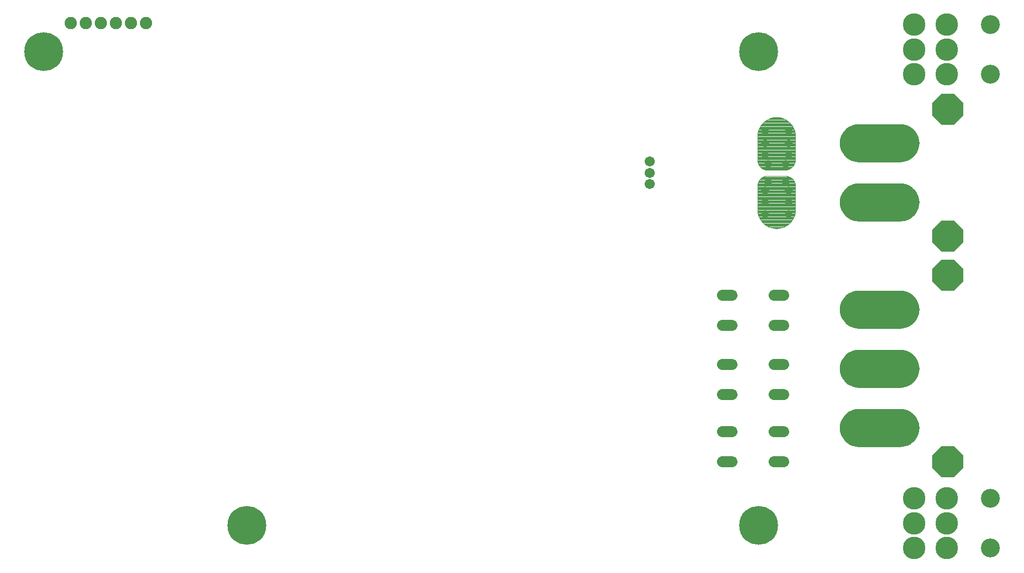
<source format=gbs>
G75*
%MOIN*%
%OFA0B0*%
%FSLAX25Y25*%
%IPPOS*%
%LPD*%
%AMOC8*
5,1,8,0,0,1.08239X$1,22.5*
%
%ADD10C,0.14973*%
%ADD11C,0.12611*%
%ADD12C,0.18800*%
%ADD13OC8,0.20485*%
%ADD14C,0.01600*%
%ADD15C,0.06706*%
%ADD16C,0.05169*%
%ADD17C,0.00394*%
%ADD18C,0.25800*%
%ADD19C,0.07200*%
%ADD20C,0.08200*%
D10*
X0664094Y0021500D03*
X0685747Y0021500D03*
X0685747Y0038035D03*
X0664094Y0038035D03*
X0664094Y0054571D03*
X0685747Y0054571D03*
X0685747Y0336500D03*
X0664094Y0336500D03*
X0664094Y0353035D03*
X0685747Y0353035D03*
X0685747Y0369571D03*
X0664094Y0369571D03*
D11*
X0714488Y0369571D03*
X0714488Y0336500D03*
X0714488Y0054571D03*
X0714488Y0021500D03*
D12*
X0650747Y0101500D03*
X0631062Y0101500D03*
X0631062Y0140870D03*
X0650747Y0140870D03*
X0650747Y0180240D03*
X0631062Y0180240D03*
X0631062Y0251500D03*
X0650747Y0251500D03*
X0650747Y0290870D03*
X0631062Y0290870D03*
D13*
X0686181Y0313429D03*
X0686181Y0228980D03*
X0686181Y0202799D03*
X0686181Y0078980D03*
D14*
X0663611Y0093765D02*
X0662419Y0092574D01*
X0661070Y0091564D01*
X0659591Y0090756D01*
X0658012Y0090167D01*
X0656365Y0089809D01*
X0654684Y0089689D01*
X0627125Y0089689D01*
X0625445Y0089809D01*
X0623798Y0090167D01*
X0622219Y0090756D01*
X0620740Y0091564D01*
X0619391Y0092574D01*
X0618199Y0093765D01*
X0617189Y0095114D01*
X0616382Y0096594D01*
X0615793Y0098172D01*
X0615435Y0099819D01*
X0615314Y0101500D01*
X0615435Y0103181D01*
X0615793Y0104828D01*
X0616382Y0106406D01*
X0617189Y0107886D01*
X0618199Y0109235D01*
X0619391Y0110426D01*
X0620740Y0111436D01*
X0622219Y0112244D01*
X0623798Y0112833D01*
X0625445Y0113191D01*
X0627125Y0113311D01*
X0654684Y0113311D01*
X0656365Y0113191D01*
X0658012Y0112833D01*
X0659591Y0112244D01*
X0661070Y0111436D01*
X0662419Y0110426D01*
X0663611Y0109235D01*
X0664621Y0107886D01*
X0665428Y0106406D01*
X0666017Y0104828D01*
X0666375Y0103181D01*
X0666495Y0101500D01*
X0666375Y0099819D01*
X0666017Y0098172D01*
X0665428Y0096594D01*
X0664621Y0095114D01*
X0663611Y0093765D01*
X0662869Y0093024D02*
X0618941Y0093024D01*
X0617558Y0094623D02*
X0664252Y0094623D01*
X0665225Y0096221D02*
X0616585Y0096221D01*
X0615924Y0097820D02*
X0665885Y0097820D01*
X0666288Y0099418D02*
X0615522Y0099418D01*
X0615349Y0101017D02*
X0666461Y0101017D01*
X0666416Y0102615D02*
X0615394Y0102615D01*
X0615659Y0104214D02*
X0666151Y0104214D01*
X0665650Y0105812D02*
X0616160Y0105812D01*
X0616930Y0107411D02*
X0664880Y0107411D01*
X0663779Y0109009D02*
X0618030Y0109009D01*
X0619633Y0110608D02*
X0662177Y0110608D01*
X0659660Y0112206D02*
X0622150Y0112206D01*
X0625445Y0129179D02*
X0627125Y0129059D01*
X0654684Y0129059D01*
X0656365Y0129179D01*
X0658012Y0129537D01*
X0659591Y0130126D01*
X0661070Y0130934D01*
X0662419Y0131944D01*
X0663611Y0133136D01*
X0664621Y0134485D01*
X0665428Y0135964D01*
X0666017Y0137543D01*
X0666375Y0139189D01*
X0666495Y0140870D01*
X0666375Y0142551D01*
X0666017Y0144198D01*
X0665428Y0145777D01*
X0664621Y0147256D01*
X0663611Y0148605D01*
X0662419Y0149796D01*
X0661070Y0150806D01*
X0659591Y0151614D01*
X0658012Y0152203D01*
X0656365Y0152561D01*
X0654684Y0152681D01*
X0627125Y0152681D01*
X0625445Y0152561D01*
X0623798Y0152203D01*
X0622219Y0151614D01*
X0620740Y0150806D01*
X0619391Y0149796D01*
X0618199Y0148605D01*
X0617189Y0147256D01*
X0616382Y0145777D01*
X0615793Y0144198D01*
X0615435Y0142551D01*
X0615314Y0140870D01*
X0615435Y0139189D01*
X0615793Y0137543D01*
X0616382Y0135964D01*
X0617189Y0134485D01*
X0618199Y0133136D01*
X0619391Y0131944D01*
X0620740Y0130934D01*
X0622219Y0130126D01*
X0623798Y0129537D01*
X0625445Y0129179D01*
X0623121Y0129790D02*
X0658689Y0129790D01*
X0661677Y0131388D02*
X0620133Y0131388D01*
X0618348Y0132987D02*
X0663462Y0132987D01*
X0664676Y0134585D02*
X0617134Y0134585D01*
X0616300Y0136184D02*
X0665510Y0136184D01*
X0666069Y0137782D02*
X0615741Y0137782D01*
X0615421Y0139381D02*
X0666389Y0139381D01*
X0666488Y0140979D02*
X0615322Y0140979D01*
X0615440Y0142578D02*
X0666369Y0142578D01*
X0666022Y0144176D02*
X0615788Y0144176D01*
X0616381Y0145775D02*
X0665429Y0145775D01*
X0664532Y0147373D02*
X0617278Y0147373D01*
X0618567Y0148972D02*
X0663243Y0148972D01*
X0661385Y0150570D02*
X0620425Y0150570D01*
X0623708Y0152169D02*
X0658102Y0152169D01*
X0656365Y0168549D02*
X0658012Y0168908D01*
X0659591Y0169496D01*
X0661070Y0170304D01*
X0662419Y0171314D01*
X0663611Y0172506D01*
X0664621Y0173855D01*
X0665428Y0175334D01*
X0666017Y0176913D01*
X0666375Y0178559D01*
X0666495Y0180240D01*
X0666375Y0181921D01*
X0666017Y0183568D01*
X0665428Y0185147D01*
X0664621Y0186626D01*
X0663611Y0187975D01*
X0662419Y0189166D01*
X0661070Y0190176D01*
X0659591Y0190984D01*
X0658012Y0191573D01*
X0656365Y0191931D01*
X0654684Y0192051D01*
X0627125Y0192051D01*
X0625445Y0191931D01*
X0623798Y0191573D01*
X0622219Y0190984D01*
X0620740Y0190176D01*
X0619391Y0189166D01*
X0618199Y0187975D01*
X0617189Y0186626D01*
X0616382Y0185147D01*
X0615793Y0183568D01*
X0615435Y0181921D01*
X0615314Y0180240D01*
X0615435Y0178559D01*
X0615793Y0176913D01*
X0616382Y0175334D01*
X0617189Y0173855D01*
X0618199Y0172506D01*
X0619391Y0171314D01*
X0620740Y0170304D01*
X0622219Y0169496D01*
X0623798Y0168908D01*
X0625445Y0168549D01*
X0627125Y0168429D01*
X0654684Y0168429D01*
X0656365Y0168549D01*
X0660060Y0169753D02*
X0621750Y0169753D01*
X0619354Y0171351D02*
X0662456Y0171351D01*
X0663943Y0172950D02*
X0617867Y0172950D01*
X0616811Y0174548D02*
X0664999Y0174548D01*
X0665731Y0176147D02*
X0616078Y0176147D01*
X0615612Y0177745D02*
X0666198Y0177745D01*
X0666431Y0179344D02*
X0615378Y0179344D01*
X0615365Y0180942D02*
X0666445Y0180942D01*
X0666240Y0182541D02*
X0615569Y0182541D01*
X0616006Y0184139D02*
X0665804Y0184139D01*
X0665105Y0185738D02*
X0616704Y0185738D01*
X0617721Y0187336D02*
X0664089Y0187336D01*
X0662651Y0188935D02*
X0619159Y0188935D01*
X0621394Y0190533D02*
X0660416Y0190533D01*
X0656365Y0239809D02*
X0658012Y0240167D01*
X0659591Y0240756D01*
X0661070Y0241564D01*
X0662419Y0242574D01*
X0663611Y0243765D01*
X0664621Y0245114D01*
X0665428Y0246594D01*
X0666017Y0248172D01*
X0666375Y0249819D01*
X0666495Y0251500D01*
X0666375Y0253181D01*
X0666017Y0254828D01*
X0665428Y0256406D01*
X0664621Y0257886D01*
X0663611Y0259235D01*
X0662419Y0260426D01*
X0661070Y0261436D01*
X0659591Y0262244D01*
X0658012Y0262833D01*
X0656365Y0263191D01*
X0654684Y0263311D01*
X0627125Y0263311D01*
X0625445Y0263191D01*
X0623798Y0262833D01*
X0622219Y0262244D01*
X0620740Y0261436D01*
X0619391Y0260426D01*
X0618199Y0259235D01*
X0617189Y0257886D01*
X0616382Y0256406D01*
X0615793Y0254828D01*
X0615435Y0253181D01*
X0615314Y0251500D01*
X0615435Y0249819D01*
X0615793Y0248172D01*
X0616382Y0246594D01*
X0617189Y0245114D01*
X0618199Y0243765D01*
X0619391Y0242574D01*
X0620740Y0241564D01*
X0622219Y0240756D01*
X0623798Y0240167D01*
X0625445Y0239809D01*
X0627125Y0239689D01*
X0654684Y0239689D01*
X0656365Y0239809D01*
X0657643Y0240087D02*
X0624167Y0240087D01*
X0620577Y0241686D02*
X0661233Y0241686D01*
X0663129Y0243284D02*
X0618680Y0243284D01*
X0617363Y0244883D02*
X0664447Y0244883D01*
X0665367Y0246481D02*
X0616443Y0246481D01*
X0615827Y0248080D02*
X0665982Y0248080D01*
X0666345Y0249678D02*
X0615465Y0249678D01*
X0615330Y0251277D02*
X0666479Y0251277D01*
X0666397Y0252875D02*
X0615413Y0252875D01*
X0615716Y0254474D02*
X0666094Y0254474D01*
X0665553Y0256072D02*
X0616257Y0256072D01*
X0617072Y0257671D02*
X0664738Y0257671D01*
X0663576Y0259269D02*
X0618234Y0259269D01*
X0619981Y0260868D02*
X0661829Y0260868D01*
X0658994Y0262466D02*
X0622816Y0262466D01*
X0625445Y0279179D02*
X0627125Y0279059D01*
X0654684Y0279059D01*
X0656365Y0279179D01*
X0658012Y0279537D01*
X0659591Y0280126D01*
X0661070Y0280934D01*
X0662419Y0281944D01*
X0663611Y0283136D01*
X0664621Y0284485D01*
X0665428Y0285964D01*
X0666017Y0287543D01*
X0666375Y0289189D01*
X0666495Y0290870D01*
X0666375Y0292551D01*
X0666017Y0294198D01*
X0665428Y0295777D01*
X0664621Y0297256D01*
X0663611Y0298605D01*
X0662419Y0299796D01*
X0661070Y0300806D01*
X0659591Y0301614D01*
X0658012Y0302203D01*
X0656365Y0302561D01*
X0654684Y0302681D01*
X0627125Y0302681D01*
X0625445Y0302561D01*
X0623798Y0302203D01*
X0622219Y0301614D01*
X0620740Y0300806D01*
X0619391Y0299796D01*
X0618199Y0298605D01*
X0617189Y0297256D01*
X0616382Y0295777D01*
X0615793Y0294198D01*
X0615435Y0292551D01*
X0615314Y0290870D01*
X0615435Y0289189D01*
X0615793Y0287543D01*
X0616382Y0285964D01*
X0617189Y0284485D01*
X0618199Y0283136D01*
X0619391Y0281944D01*
X0620740Y0280934D01*
X0622219Y0280126D01*
X0623798Y0279537D01*
X0625445Y0279179D01*
X0622424Y0280050D02*
X0659386Y0280050D01*
X0662024Y0281648D02*
X0619786Y0281648D01*
X0618116Y0283247D02*
X0663694Y0283247D01*
X0664818Y0284845D02*
X0616992Y0284845D01*
X0616203Y0286444D02*
X0665607Y0286444D01*
X0666126Y0288042D02*
X0615684Y0288042D01*
X0615402Y0289641D02*
X0666408Y0289641D01*
X0666469Y0291239D02*
X0615341Y0291239D01*
X0615497Y0292838D02*
X0666313Y0292838D01*
X0665928Y0294437D02*
X0615882Y0294437D01*
X0616523Y0296035D02*
X0665287Y0296035D01*
X0664338Y0297634D02*
X0617472Y0297634D01*
X0618827Y0299232D02*
X0662983Y0299232D01*
X0661025Y0300831D02*
X0620785Y0300831D01*
X0624839Y0302429D02*
X0656971Y0302429D01*
X0660817Y0091426D02*
X0620993Y0091426D01*
X0625362Y0089827D02*
X0656447Y0089827D01*
D15*
X0488247Y0263480D03*
X0488247Y0271000D03*
X0488247Y0278520D03*
D16*
X0565019Y0282811D03*
X0566988Y0276906D03*
X0578799Y0276906D03*
X0580767Y0282811D03*
X0580767Y0290685D03*
X0565019Y0290685D03*
X0565019Y0298559D03*
X0580767Y0298559D03*
X0578799Y0265094D03*
X0580767Y0259189D03*
X0566988Y0265094D03*
X0565019Y0259189D03*
X0565019Y0251315D03*
X0580767Y0251315D03*
X0580767Y0243441D03*
X0565019Y0243441D03*
D17*
X0560901Y0241729D02*
X0584098Y0241729D01*
X0583959Y0241357D02*
X0583098Y0239779D01*
X0582021Y0238340D01*
X0580750Y0237069D01*
X0579311Y0235992D01*
X0577733Y0235131D01*
X0576049Y0234502D01*
X0574292Y0234120D01*
X0572499Y0233992D01*
X0570706Y0234120D01*
X0568950Y0234502D01*
X0567266Y0235131D01*
X0565688Y0235992D01*
X0564249Y0237069D01*
X0562978Y0238340D01*
X0561901Y0239779D01*
X0561039Y0241357D01*
X0560411Y0243041D01*
X0560029Y0244798D01*
X0559901Y0246591D01*
X0559901Y0262339D01*
X0559950Y0263357D01*
X0560158Y0264356D01*
X0560520Y0265309D01*
X0561026Y0266194D01*
X0561664Y0266990D01*
X0562420Y0267675D01*
X0563273Y0268234D01*
X0564202Y0268653D01*
X0565186Y0268921D01*
X0566200Y0269031D01*
X0578011Y0269031D01*
X0579091Y0268977D01*
X0580150Y0268755D01*
X0581161Y0268370D01*
X0582099Y0267831D01*
X0582941Y0267153D01*
X0583666Y0266351D01*
X0584258Y0265445D01*
X0584700Y0264458D01*
X0584982Y0263414D01*
X0585098Y0262339D01*
X0585098Y0246591D01*
X0584970Y0244798D01*
X0584588Y0243041D01*
X0583959Y0241357D01*
X0583948Y0241336D02*
X0561051Y0241336D01*
X0561265Y0240944D02*
X0583734Y0240944D01*
X0583520Y0240552D02*
X0561479Y0240552D01*
X0561693Y0240160D02*
X0583306Y0240160D01*
X0583089Y0239767D02*
X0561910Y0239767D01*
X0562203Y0239375D02*
X0582795Y0239375D01*
X0582502Y0238983D02*
X0562497Y0238983D01*
X0562791Y0238591D02*
X0582208Y0238591D01*
X0581879Y0238199D02*
X0563120Y0238199D01*
X0563512Y0237806D02*
X0581487Y0237806D01*
X0581095Y0237414D02*
X0563904Y0237414D01*
X0564312Y0237022D02*
X0580686Y0237022D01*
X0580162Y0236630D02*
X0564836Y0236630D01*
X0565360Y0236238D02*
X0579639Y0236238D01*
X0579042Y0235845D02*
X0565957Y0235845D01*
X0566675Y0235453D02*
X0578324Y0235453D01*
X0577546Y0235061D02*
X0567453Y0235061D01*
X0568504Y0234669D02*
X0576495Y0234669D01*
X0575010Y0234276D02*
X0569989Y0234276D01*
X0560755Y0242121D02*
X0584244Y0242121D01*
X0584390Y0242513D02*
X0560608Y0242513D01*
X0560462Y0242905D02*
X0584537Y0242905D01*
X0584643Y0243297D02*
X0560356Y0243297D01*
X0560270Y0243690D02*
X0584729Y0243690D01*
X0584814Y0244082D02*
X0560185Y0244082D01*
X0560100Y0244474D02*
X0584899Y0244474D01*
X0584975Y0244866D02*
X0560024Y0244866D01*
X0559996Y0245258D02*
X0585003Y0245258D01*
X0585031Y0245651D02*
X0559968Y0245651D01*
X0559940Y0246043D02*
X0585059Y0246043D01*
X0585087Y0246435D02*
X0559912Y0246435D01*
X0559901Y0246827D02*
X0585098Y0246827D01*
X0585098Y0247219D02*
X0559901Y0247219D01*
X0559901Y0247612D02*
X0585098Y0247612D01*
X0585098Y0248004D02*
X0559901Y0248004D01*
X0559901Y0248396D02*
X0585098Y0248396D01*
X0585098Y0248788D02*
X0559901Y0248788D01*
X0559901Y0249181D02*
X0585098Y0249181D01*
X0585098Y0249573D02*
X0559901Y0249573D01*
X0559901Y0249965D02*
X0585098Y0249965D01*
X0585098Y0250357D02*
X0559901Y0250357D01*
X0559901Y0250749D02*
X0585098Y0250749D01*
X0585098Y0251142D02*
X0559901Y0251142D01*
X0559901Y0251534D02*
X0585098Y0251534D01*
X0585098Y0251926D02*
X0559901Y0251926D01*
X0559901Y0252318D02*
X0585098Y0252318D01*
X0585098Y0252710D02*
X0559901Y0252710D01*
X0559901Y0253103D02*
X0585098Y0253103D01*
X0585098Y0253495D02*
X0559901Y0253495D01*
X0559901Y0253887D02*
X0585098Y0253887D01*
X0585098Y0254279D02*
X0559901Y0254279D01*
X0559901Y0254672D02*
X0585098Y0254672D01*
X0585098Y0255064D02*
X0559901Y0255064D01*
X0559901Y0255456D02*
X0585098Y0255456D01*
X0585098Y0255848D02*
X0559901Y0255848D01*
X0559901Y0256240D02*
X0585098Y0256240D01*
X0585098Y0256633D02*
X0559901Y0256633D01*
X0559901Y0257025D02*
X0585098Y0257025D01*
X0585098Y0257417D02*
X0559901Y0257417D01*
X0559901Y0257809D02*
X0585098Y0257809D01*
X0585098Y0258201D02*
X0559901Y0258201D01*
X0559901Y0258594D02*
X0585098Y0258594D01*
X0585098Y0258986D02*
X0559901Y0258986D01*
X0559901Y0259378D02*
X0585098Y0259378D01*
X0585098Y0259770D02*
X0559901Y0259770D01*
X0559901Y0260162D02*
X0585098Y0260162D01*
X0585098Y0260555D02*
X0559901Y0260555D01*
X0559901Y0260947D02*
X0585098Y0260947D01*
X0585098Y0261339D02*
X0559901Y0261339D01*
X0559901Y0261731D02*
X0585098Y0261731D01*
X0585098Y0262124D02*
X0559901Y0262124D01*
X0559910Y0262516D02*
X0585079Y0262516D01*
X0585037Y0262908D02*
X0559928Y0262908D01*
X0559947Y0263300D02*
X0584994Y0263300D01*
X0584907Y0263692D02*
X0560020Y0263692D01*
X0560102Y0264085D02*
X0584801Y0264085D01*
X0584691Y0264477D02*
X0560204Y0264477D01*
X0560353Y0264869D02*
X0584516Y0264869D01*
X0584340Y0265261D02*
X0560501Y0265261D01*
X0560717Y0265653D02*
X0584121Y0265653D01*
X0583865Y0266046D02*
X0560941Y0266046D01*
X0561221Y0266438D02*
X0583587Y0266438D01*
X0583233Y0266830D02*
X0561536Y0266830D01*
X0561921Y0267222D02*
X0582854Y0267222D01*
X0582368Y0267615D02*
X0562353Y0267615D01*
X0562925Y0268007D02*
X0581793Y0268007D01*
X0581084Y0268399D02*
X0563639Y0268399D01*
X0564711Y0268791D02*
X0579978Y0268791D01*
X0579091Y0273023D02*
X0580150Y0273245D01*
X0581161Y0273630D01*
X0582099Y0274169D01*
X0582941Y0274847D01*
X0583666Y0275649D01*
X0584258Y0276555D01*
X0584700Y0277542D01*
X0584982Y0278586D01*
X0585098Y0279661D01*
X0585098Y0295409D01*
X0584970Y0297202D01*
X0584588Y0298959D01*
X0583959Y0300643D01*
X0583098Y0302221D01*
X0582021Y0303660D01*
X0580750Y0304931D01*
X0579311Y0306008D01*
X0577733Y0306869D01*
X0576049Y0307498D01*
X0574292Y0307880D01*
X0572499Y0308008D01*
X0570706Y0307880D01*
X0568950Y0307498D01*
X0567266Y0306869D01*
X0565688Y0306008D01*
X0564249Y0304931D01*
X0562978Y0303660D01*
X0561901Y0302221D01*
X0561039Y0300643D01*
X0560411Y0298959D01*
X0560029Y0297202D01*
X0559901Y0295409D01*
X0559901Y0279661D01*
X0559950Y0278643D01*
X0560158Y0277644D01*
X0560520Y0276691D01*
X0561026Y0275806D01*
X0561664Y0275010D01*
X0562420Y0274325D01*
X0563273Y0273766D01*
X0564202Y0273347D01*
X0565186Y0273079D01*
X0566200Y0272969D01*
X0578011Y0272969D01*
X0579091Y0273023D01*
X0579486Y0273105D02*
X0565090Y0273105D01*
X0563868Y0273498D02*
X0580813Y0273498D01*
X0581613Y0273890D02*
X0563083Y0273890D01*
X0562485Y0274282D02*
X0582239Y0274282D01*
X0582726Y0274674D02*
X0562035Y0274674D01*
X0561619Y0275067D02*
X0583139Y0275067D01*
X0583494Y0275459D02*
X0561304Y0275459D01*
X0561000Y0275851D02*
X0583798Y0275851D01*
X0584054Y0276243D02*
X0560776Y0276243D01*
X0560551Y0276635D02*
X0584294Y0276635D01*
X0584469Y0277028D02*
X0560392Y0277028D01*
X0560243Y0277420D02*
X0584645Y0277420D01*
X0584773Y0277812D02*
X0560123Y0277812D01*
X0560041Y0278204D02*
X0584879Y0278204D01*
X0584983Y0278596D02*
X0559960Y0278596D01*
X0559933Y0278989D02*
X0585026Y0278989D01*
X0585068Y0279381D02*
X0559915Y0279381D01*
X0559901Y0279773D02*
X0585098Y0279773D01*
X0585098Y0280165D02*
X0559901Y0280165D01*
X0559901Y0280558D02*
X0585098Y0280558D01*
X0585098Y0280950D02*
X0559901Y0280950D01*
X0559901Y0281342D02*
X0585098Y0281342D01*
X0585098Y0281734D02*
X0559901Y0281734D01*
X0559901Y0282126D02*
X0585098Y0282126D01*
X0585098Y0282519D02*
X0559901Y0282519D01*
X0559901Y0282911D02*
X0585098Y0282911D01*
X0585098Y0283303D02*
X0559901Y0283303D01*
X0559901Y0283695D02*
X0585098Y0283695D01*
X0585098Y0284087D02*
X0559901Y0284087D01*
X0559901Y0284480D02*
X0585098Y0284480D01*
X0585098Y0284872D02*
X0559901Y0284872D01*
X0559901Y0285264D02*
X0585098Y0285264D01*
X0585098Y0285656D02*
X0559901Y0285656D01*
X0559901Y0286048D02*
X0585098Y0286048D01*
X0585098Y0286441D02*
X0559901Y0286441D01*
X0559901Y0286833D02*
X0585098Y0286833D01*
X0585098Y0287225D02*
X0559901Y0287225D01*
X0559901Y0287617D02*
X0585098Y0287617D01*
X0585098Y0288010D02*
X0559901Y0288010D01*
X0559901Y0288402D02*
X0585098Y0288402D01*
X0585098Y0288794D02*
X0559901Y0288794D01*
X0559901Y0289186D02*
X0585098Y0289186D01*
X0585098Y0289578D02*
X0559901Y0289578D01*
X0559901Y0289971D02*
X0585098Y0289971D01*
X0585098Y0290363D02*
X0559901Y0290363D01*
X0559901Y0290755D02*
X0585098Y0290755D01*
X0585098Y0291147D02*
X0559901Y0291147D01*
X0559901Y0291539D02*
X0585098Y0291539D01*
X0585098Y0291932D02*
X0559901Y0291932D01*
X0559901Y0292324D02*
X0585098Y0292324D01*
X0585098Y0292716D02*
X0559901Y0292716D01*
X0559901Y0293108D02*
X0585098Y0293108D01*
X0585098Y0293501D02*
X0559901Y0293501D01*
X0559901Y0293893D02*
X0585098Y0293893D01*
X0585098Y0294285D02*
X0559901Y0294285D01*
X0559901Y0294677D02*
X0585098Y0294677D01*
X0585098Y0295069D02*
X0559901Y0295069D01*
X0559905Y0295462D02*
X0585094Y0295462D01*
X0585066Y0295854D02*
X0559933Y0295854D01*
X0559961Y0296246D02*
X0585038Y0296246D01*
X0585010Y0296638D02*
X0559989Y0296638D01*
X0560017Y0297030D02*
X0584982Y0297030D01*
X0584922Y0297423D02*
X0560077Y0297423D01*
X0560162Y0297815D02*
X0584836Y0297815D01*
X0584751Y0298207D02*
X0560248Y0298207D01*
X0560333Y0298599D02*
X0584666Y0298599D01*
X0584575Y0298991D02*
X0560423Y0298991D01*
X0560570Y0299384D02*
X0584429Y0299384D01*
X0584283Y0299776D02*
X0560716Y0299776D01*
X0560862Y0300168D02*
X0584136Y0300168D01*
X0583990Y0300560D02*
X0561009Y0300560D01*
X0561208Y0300953D02*
X0583790Y0300953D01*
X0583576Y0301345D02*
X0561423Y0301345D01*
X0561637Y0301737D02*
X0583362Y0301737D01*
X0583148Y0302129D02*
X0561851Y0302129D01*
X0562126Y0302521D02*
X0582873Y0302521D01*
X0582579Y0302914D02*
X0562420Y0302914D01*
X0562713Y0303306D02*
X0582286Y0303306D01*
X0581982Y0303698D02*
X0563017Y0303698D01*
X0563409Y0304090D02*
X0581590Y0304090D01*
X0581198Y0304482D02*
X0563801Y0304482D01*
X0564193Y0304875D02*
X0580806Y0304875D01*
X0580301Y0305267D02*
X0564698Y0305267D01*
X0565222Y0305659D02*
X0579777Y0305659D01*
X0579231Y0306051D02*
X0565768Y0306051D01*
X0566486Y0306444D02*
X0578513Y0306444D01*
X0577795Y0306836D02*
X0567204Y0306836D01*
X0568227Y0307228D02*
X0576772Y0307228D01*
X0575485Y0307620D02*
X0569514Y0307620D01*
D18*
X0220747Y0036500D03*
X0560747Y0036500D03*
X0560747Y0351500D03*
X0085747Y0351500D03*
D19*
X0536547Y0189500D02*
X0542947Y0189500D01*
X0571047Y0189500D02*
X0577447Y0189500D01*
X0577447Y0169500D02*
X0571047Y0169500D01*
X0542947Y0169500D02*
X0536547Y0169500D01*
X0536547Y0143500D02*
X0542947Y0143500D01*
X0571047Y0143500D02*
X0577447Y0143500D01*
X0577447Y0123500D02*
X0571047Y0123500D01*
X0542947Y0123500D02*
X0536547Y0123500D01*
X0536547Y0099000D02*
X0542947Y0099000D01*
X0571047Y0099000D02*
X0577447Y0099000D01*
X0577447Y0079000D02*
X0571047Y0079000D01*
X0542947Y0079000D02*
X0536547Y0079000D01*
D20*
X0153747Y0370500D03*
X0143747Y0370500D03*
X0133747Y0370500D03*
X0123747Y0370500D03*
X0113747Y0370500D03*
X0103747Y0370500D03*
M02*

</source>
